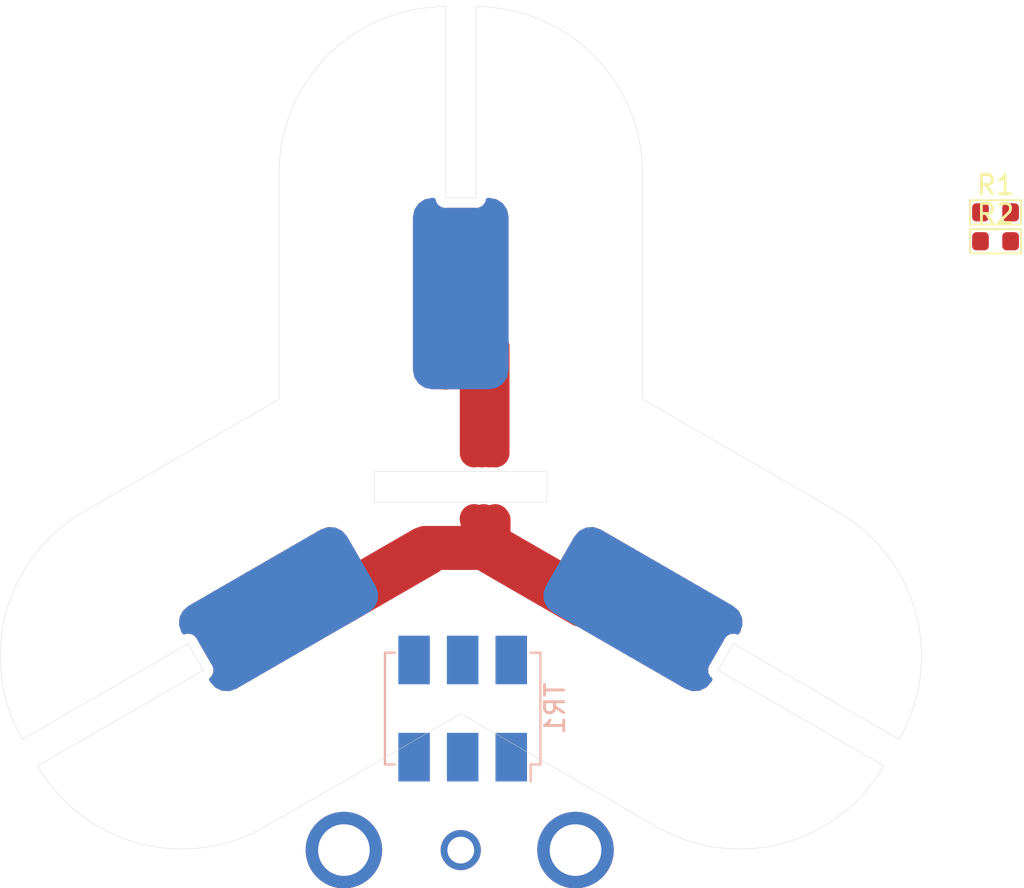
<source format=kicad_pcb>
(kicad_pcb (version 20171130) (host pcbnew "(5.0.2)-1")

  (general
    (thickness 1.6)
    (drawings 30)
    (tracks 39)
    (zones 0)
    (modules 10)
    (nets 8)
  )

  (page A4)
  (layers
    (0 F.Cu signal)
    (31 B.Cu signal)
    (32 B.Adhes user)
    (33 F.Adhes user)
    (34 B.Paste user)
    (35 F.Paste user)
    (36 B.SilkS user)
    (37 F.SilkS user)
    (38 B.Mask user)
    (39 F.Mask user)
    (40 Dwgs.User user)
    (41 Cmts.User user)
    (42 Eco1.User user)
    (43 Eco2.User user)
    (44 Edge.Cuts user)
    (45 Margin user)
    (46 B.CrtYd user hide)
    (47 F.CrtYd user hide)
    (48 B.Fab user hide)
    (49 F.Fab user hide)
  )

  (setup
    (last_trace_width 1.5)
    (trace_clearance 0.2)
    (zone_clearance 0.508)
    (zone_45_only no)
    (trace_min 0.2)
    (segment_width 0.2)
    (edge_width 0.02)
    (via_size 0.8)
    (via_drill 0.4)
    (via_min_size 0.4)
    (via_min_drill 0.3)
    (uvia_size 0.3)
    (uvia_drill 0.1)
    (uvias_allowed no)
    (uvia_min_size 0.2)
    (uvia_min_drill 0.1)
    (pcb_text_width 0.3)
    (pcb_text_size 1.5 1.5)
    (mod_edge_width 0.15)
    (mod_text_size 1 1)
    (mod_text_width 0.15)
    (pad_size 2.1 2.1)
    (pad_drill 1.4)
    (pad_to_mask_clearance 0.051)
    (solder_mask_min_width 0.25)
    (aux_axis_origin 0 0)
    (visible_elements 7EFFF77F)
    (pcbplotparams
      (layerselection 0x01000_ffffffff)
      (usegerberextensions false)
      (usegerberattributes false)
      (usegerberadvancedattributes false)
      (creategerberjobfile false)
      (excludeedgelayer true)
      (linewidth 0.100000)
      (plotframeref false)
      (viasonmask false)
      (mode 1)
      (useauxorigin false)
      (hpglpennumber 1)
      (hpglpenspeed 20)
      (hpglpendiameter 15.000000)
      (psnegative false)
      (psa4output false)
      (plotreference true)
      (plotvalue true)
      (plotinvisibletext false)
      (padsonsilk false)
      (subtractmaskfromsilk false)
      (outputformat 1)
      (mirror false)
      (drillshape 0)
      (scaleselection 1)
      (outputdirectory "CAM/"))
  )

  (net 0 "")
  (net 1 /slot_r)
  (net 2 /slot_l)
  (net 3 "Net-(J1-Pad2)")
  (net 4 GND)
  (net 5 "Net-(R1-Pad2)")
  (net 6 "Net-(R2-Pad1)")
  (net 7 "Net-(J1-Pad1)")

  (net_class Default "This is the default net class."
    (clearance 0.2)
    (trace_width 1.5)
    (via_dia 0.8)
    (via_drill 0.4)
    (uvia_dia 0.3)
    (uvia_drill 0.1)
    (add_net /slot_l)
    (add_net /slot_r)
    (add_net GND)
    (add_net "Net-(J1-Pad1)")
    (add_net "Net-(J1-Pad2)")
    (add_net "Net-(R1-Pad2)")
    (add_net "Net-(R2-Pad1)")
  )

  (module eo-footprints:molex_sma_0732510250 (layer F.Cu) (tedit 5DF40F6D) (tstamp 5F2C5D35)
    (at 0 18.1 180)
    (descr https://www.amphenolrf.com/downloads/dl/file/id/1793/product/2976/132134_14_customer_drawing.pdf)
    (tags "SMA THT Female Jack Vertical ExtendedLegs")
    (path /5DF2752D)
    (fp_text reference J1 (at 0.2 -3 180) (layer F.SilkS) hide
      (effects (font (size 1 1) (thickness 0.15)))
    )
    (fp_text value SMA_0732510250 (at 0.4 1 180) (layer F.Fab)
      (effects (font (size 1 1) (thickness 0.15)))
    )
    (fp_text user %R (at 0 -1 180) (layer F.Fab)
      (effects (font (size 1 1) (thickness 0.15)))
    )
    (pad 2 thru_hole circle (at -6 0 180) (size 4 4) (drill 2.7) (layers *.Cu *.Mask)
      (net 4 GND))
    (pad 2 thru_hole circle (at 6.11 0 180) (size 4 4) (drill 2.7) (layers *.Cu *.Mask)
      (net 4 GND))
    (pad 1 thru_hole circle (at 0 0 180) (size 2.1 2.1) (drill 1.4) (layers *.Cu *.Mask)
      (net 7 "Net-(J1-Pad1)"))
    (model C:/Users/eric/Downloads/rosenberger-sma-2-hole-bulkhead-18-ghz-connector-1.snapshot.1/32K701-200E3.STEP
      (at (xyz 0 0 0))
      (scale (xyz 1 1 1))
      (rotate (xyz 0 0 0))
    )
  )

  (module MountingHole:MountingHole_2.7mm_M2.5 (layer F.Cu) (tedit 5DF273BA) (tstamp 5DF29185)
    (at 15.124356 1.803848 240)
    (descr "Mounting Hole 2.7mm, no annular, M2.5")
    (tags "mounting hole 2.7mm no annular m2.5")
    (attr virtual)
    (fp_text reference REF** (at 0 -3.7 240) (layer F.SilkS) hide
      (effects (font (size 1 1) (thickness 0.15)))
    )
    (fp_text value MountingHole_2.7mm_M2.5 (at 0 3.7 240) (layer F.Fab)
      (effects (font (size 1 1) (thickness 0.15)))
    )
    (fp_text user %R (at 0.3 0 240) (layer F.Fab)
      (effects (font (size 1 1) (thickness 0.15)))
    )
    (fp_circle (center 0 0) (end 2.7 0) (layer Cmts.User) (width 0.15))
    (fp_circle (center 0 0) (end 2.95 0) (layer F.CrtYd) (width 0.05))
    (pad 1 np_thru_hole circle (at 0 0 240) (size 2.7 2.7) (drill 2.7) (layers *.Cu *.Mask))
  )

  (module MountingHole:MountingHole_2.7mm_M2.5 (layer F.Cu) (tedit 5DF273BA) (tstamp 5DF2917E)
    (at -9.124356 12.196152 120)
    (descr "Mounting Hole 2.7mm, no annular, M2.5")
    (tags "mounting hole 2.7mm no annular m2.5")
    (attr virtual)
    (fp_text reference REF** (at 0 -3.7 120) (layer F.SilkS) hide
      (effects (font (size 1 1) (thickness 0.15)))
    )
    (fp_text value MountingHole_2.7mm_M2.5 (at 0 3.7 120) (layer F.Fab)
      (effects (font (size 1 1) (thickness 0.15)))
    )
    (fp_text user %R (at 0.3 0 120) (layer F.Fab)
      (effects (font (size 1 1) (thickness 0.15)))
    )
    (fp_circle (center 0 0) (end 2.7 0) (layer Cmts.User) (width 0.15))
    (fp_circle (center 0 0) (end 2.95 0) (layer F.CrtYd) (width 0.05))
    (pad 1 np_thru_hole circle (at 0 0 120) (size 2.7 2.7) (drill 2.7) (layers *.Cu *.Mask))
  )

  (module MountingHole:MountingHole_2.7mm_M2.5 (layer F.Cu) (tedit 5DF273BA) (tstamp 5DF29177)
    (at 9.124356 12.196152 240)
    (descr "Mounting Hole 2.7mm, no annular, M2.5")
    (tags "mounting hole 2.7mm no annular m2.5")
    (attr virtual)
    (fp_text reference REF** (at 0 -3.7 240) (layer F.SilkS) hide
      (effects (font (size 1 1) (thickness 0.15)))
    )
    (fp_text value MountingHole_2.7mm_M2.5 (at 0 3.7 240) (layer F.Fab)
      (effects (font (size 1 1) (thickness 0.15)))
    )
    (fp_circle (center 0 0) (end 2.95 0) (layer F.CrtYd) (width 0.05))
    (fp_circle (center 0 0) (end 2.7 0) (layer Cmts.User) (width 0.15))
    (fp_text user %R (at 0.3 0 240) (layer F.Fab)
      (effects (font (size 1 1) (thickness 0.15)))
    )
    (pad 1 np_thru_hole circle (at 0 0 240) (size 2.7 2.7) (drill 2.7) (layers *.Cu *.Mask))
  )

  (module MountingHole:MountingHole_2.7mm_M2.5 (layer F.Cu) (tedit 5DF273BA) (tstamp 5DF29170)
    (at -15.124356 1.803848 120)
    (descr "Mounting Hole 2.7mm, no annular, M2.5")
    (tags "mounting hole 2.7mm no annular m2.5")
    (attr virtual)
    (fp_text reference REF** (at 0 -3.7 120) (layer F.SilkS) hide
      (effects (font (size 1 1) (thickness 0.15)))
    )
    (fp_text value MountingHole_2.7mm_M2.5 (at 0 3.7 120) (layer F.Fab)
      (effects (font (size 1 1) (thickness 0.15)))
    )
    (fp_circle (center 0 0) (end 2.95 0) (layer F.CrtYd) (width 0.05))
    (fp_circle (center 0 0) (end 2.7 0) (layer Cmts.User) (width 0.15))
    (fp_text user %R (at 0.3 0 120) (layer F.Fab)
      (effects (font (size 1 1) (thickness 0.15)))
    )
    (pad 1 np_thru_hole circle (at 0 0 120) (size 2.7 2.7) (drill 2.7) (layers *.Cu *.Mask))
  )

  (module MountingHole:MountingHole_2.7mm_M2.5 (layer F.Cu) (tedit 5DF273BA) (tstamp 5DF29128)
    (at 6 -14)
    (descr "Mounting Hole 2.7mm, no annular, M2.5")
    (tags "mounting hole 2.7mm no annular m2.5")
    (attr virtual)
    (fp_text reference REF** (at 0 -3.7) (layer F.SilkS) hide
      (effects (font (size 1 1) (thickness 0.15)))
    )
    (fp_text value MountingHole_2.7mm_M2.5 (at 0 3.7) (layer F.Fab)
      (effects (font (size 1 1) (thickness 0.15)))
    )
    (fp_text user %R (at 0.3 0) (layer F.Fab)
      (effects (font (size 1 1) (thickness 0.15)))
    )
    (fp_circle (center 0 0) (end 2.7 0) (layer Cmts.User) (width 0.15))
    (fp_circle (center 0 0) (end 2.95 0) (layer F.CrtYd) (width 0.05))
    (pad 1 np_thru_hole circle (at 0 0) (size 2.7 2.7) (drill 2.7) (layers *.Cu *.Mask))
  )

  (module MountingHole:MountingHole_2.7mm_M2.5 (layer F.Cu) (tedit 5DF273BA) (tstamp 5DF29090)
    (at -6 -14)
    (descr "Mounting Hole 2.7mm, no annular, M2.5")
    (tags "mounting hole 2.7mm no annular m2.5")
    (attr virtual)
    (fp_text reference REF** (at 0 -3.7) (layer F.SilkS) hide
      (effects (font (size 1 1) (thickness 0.15)))
    )
    (fp_text value MountingHole_2.7mm_M2.5 (at 0 3.7) (layer F.Fab)
      (effects (font (size 1 1) (thickness 0.15)))
    )
    (fp_circle (center 0 0) (end 2.95 0) (layer F.CrtYd) (width 0.05))
    (fp_circle (center 0 0) (end 2.7 0) (layer Cmts.User) (width 0.15))
    (fp_text user %R (at 0.3 0) (layer F.Fab)
      (effects (font (size 1 1) (thickness 0.15)))
    )
    (pad 1 np_thru_hole circle (at 0 0) (size 2.7 2.7) (drill 2.7) (layers *.Cu *.Mask))
  )

  (module eo-footprints:0603_R (layer F.Cu) (tedit 5D4C3F03) (tstamp 5F2C5B42)
    (at 27.963001 -15.246999)
    (descr "Resistor SMD 0603 (1608 Metric)")
    (tags resistor)
    (path /5F2C5A68)
    (attr smd)
    (fp_text reference R1 (at 0 -1.43) (layer F.SilkS)
      (effects (font (size 1 1) (thickness 0.15)))
    )
    (fp_text value 0 (at 0 1.43) (layer F.Fab) hide
      (effects (font (size 1 1) (thickness 0.15)))
    )
    (fp_line (start 1.2065 -0.5715) (end -1.27 -0.5715) (layer F.Fab) (width 0.09))
    (fp_line (start 1.2065 0.5715) (end 1.2065 -0.5715) (layer F.Fab) (width 0.09))
    (fp_line (start -1.27 0.5715) (end 1.2065 0.5715) (layer F.Fab) (width 0.09))
    (fp_line (start -1.27 -0.5715) (end -1.27 0.5715) (layer F.Fab) (width 0.09))
    (fp_line (start 1.3335 -0.635) (end -1.3335 -0.635) (layer F.SilkS) (width 0.09))
    (fp_line (start 1.3335 0.635) (end 1.3335 -0.635) (layer F.SilkS) (width 0.09))
    (fp_line (start -1.3335 0.635) (end 1.3335 0.635) (layer F.SilkS) (width 0.09))
    (fp_line (start -1.3335 -0.635) (end -1.3335 0.635) (layer F.SilkS) (width 0.09))
    (fp_text user %R (at 0 0) (layer F.Fab)
      (effects (font (size 0.5 0.5) (thickness 0.06)))
    )
    (fp_line (start 1.48 0.73) (end -1.48 0.73) (layer F.CrtYd) (width 0.05))
    (fp_line (start 1.48 -0.73) (end 1.48 0.73) (layer F.CrtYd) (width 0.05))
    (fp_line (start -1.48 -0.73) (end 1.48 -0.73) (layer F.CrtYd) (width 0.05))
    (fp_line (start -1.48 0.73) (end -1.48 -0.73) (layer F.CrtYd) (width 0.05))
    (pad 2 smd roundrect (at 0.7875 0) (size 0.875 0.95) (layers F.Cu F.Paste F.Mask) (roundrect_rratio 0.25)
      (net 5 "Net-(R1-Pad2)"))
    (pad 1 smd roundrect (at -0.7875 0) (size 0.875 0.95) (layers F.Cu F.Paste F.Mask) (roundrect_rratio 0.25)
      (net 4 GND))
    (model ${KISYS3DMOD}/Resistor_SMD.3dshapes/R_0603_1608Metric.wrl
      (at (xyz 0 0 0))
      (scale (xyz 1 1 1))
      (rotate (xyz 0 0 0))
    )
  )

  (module eo-footprints:0603_R (layer F.Cu) (tedit 5D4C3F03) (tstamp 5F2C5B55)
    (at 27.963001 -13.736999)
    (descr "Resistor SMD 0603 (1608 Metric)")
    (tags resistor)
    (path /5F2C594A)
    (attr smd)
    (fp_text reference R2 (at 0 -1.43) (layer F.SilkS)
      (effects (font (size 1 1) (thickness 0.15)))
    )
    (fp_text value 0 (at 0 1.43) (layer F.Fab) hide
      (effects (font (size 1 1) (thickness 0.15)))
    )
    (fp_line (start -1.48 0.73) (end -1.48 -0.73) (layer F.CrtYd) (width 0.05))
    (fp_line (start -1.48 -0.73) (end 1.48 -0.73) (layer F.CrtYd) (width 0.05))
    (fp_line (start 1.48 -0.73) (end 1.48 0.73) (layer F.CrtYd) (width 0.05))
    (fp_line (start 1.48 0.73) (end -1.48 0.73) (layer F.CrtYd) (width 0.05))
    (fp_text user %R (at 0 0) (layer F.Fab)
      (effects (font (size 0.5 0.5) (thickness 0.06)))
    )
    (fp_line (start -1.3335 -0.635) (end -1.3335 0.635) (layer F.SilkS) (width 0.09))
    (fp_line (start -1.3335 0.635) (end 1.3335 0.635) (layer F.SilkS) (width 0.09))
    (fp_line (start 1.3335 0.635) (end 1.3335 -0.635) (layer F.SilkS) (width 0.09))
    (fp_line (start 1.3335 -0.635) (end -1.3335 -0.635) (layer F.SilkS) (width 0.09))
    (fp_line (start -1.27 -0.5715) (end -1.27 0.5715) (layer F.Fab) (width 0.09))
    (fp_line (start -1.27 0.5715) (end 1.2065 0.5715) (layer F.Fab) (width 0.09))
    (fp_line (start 1.2065 0.5715) (end 1.2065 -0.5715) (layer F.Fab) (width 0.09))
    (fp_line (start 1.2065 -0.5715) (end -1.27 -0.5715) (layer F.Fab) (width 0.09))
    (pad 1 smd roundrect (at -0.7875 0) (size 0.875 0.95) (layers F.Cu F.Paste F.Mask) (roundrect_rratio 0.25)
      (net 6 "Net-(R2-Pad1)"))
    (pad 2 smd roundrect (at 0.7875 0) (size 0.875 0.95) (layers F.Cu F.Paste F.Mask) (roundrect_rratio 0.25)
      (net 4 GND))
    (model ${KISYS3DMOD}/Resistor_SMD.3dshapes/R_0603_1608Metric.wrl
      (at (xyz 0 0 0))
      (scale (xyz 1 1 1))
      (rotate (xyz 0 0 0))
    )
  )

  (module Package_SO:Mini-Circuits_CD637_H5.23mm (layer B.Cu) (tedit 5A365E23) (tstamp 5F2C5ED6)
    (at 0.1 10.7 90)
    (descr https://ww2.minicircuits.com/case_style/CD637.pdf)
    (tags "RF Transformer")
    (path /5F2C57B8)
    (attr smd)
    (fp_text reference TR1 (at 0 4.826 90) (layer B.SilkS)
      (effects (font (size 1 1) (thickness 0.15)) (justify mirror))
    )
    (fp_text value ADT4-6T (at 0 -5.08 90) (layer B.Fab)
      (effects (font (size 1 1) (thickness 0.15)) (justify mirror))
    )
    (fp_line (start 2.794 3.937) (end 2.794 -3.937) (layer B.Fab) (width 0.1))
    (fp_line (start 2.794 -3.937) (end -2.794 -3.937) (layer B.Fab) (width 0.1))
    (fp_line (start -2.794 -3.937) (end -2.794 2.937) (layer B.Fab) (width 0.1))
    (fp_line (start -1.794 3.937) (end 2.794 3.937) (layer B.Fab) (width 0.1))
    (fp_line (start -1.794 3.937) (end -2.794 2.937) (layer B.Fab) (width 0.1))
    (fp_line (start 2.921 3.556) (end 2.921 4.064) (layer B.SilkS) (width 0.12))
    (fp_line (start 2.921 4.064) (end -2.921 4.064) (layer B.SilkS) (width 0.12))
    (fp_line (start -2.921 4.064) (end -2.921 3.556) (layer B.SilkS) (width 0.12))
    (fp_line (start -2.921 3.556) (end -3.81 3.556) (layer B.SilkS) (width 0.12))
    (fp_line (start -2.921 -3.556) (end -2.921 -4.064) (layer B.SilkS) (width 0.12))
    (fp_line (start -2.921 -4.064) (end 2.921 -4.064) (layer B.SilkS) (width 0.12))
    (fp_line (start 2.921 -4.064) (end 2.921 -3.556) (layer B.SilkS) (width 0.12))
    (fp_text user %R (at 0 0) (layer B.Fab)
      (effects (font (size 1 1) (thickness 0.15)) (justify mirror))
    )
    (fp_line (start -4.06 -4.32) (end -4.06 4.32) (layer B.CrtYd) (width 0.05))
    (fp_line (start 4.06 -4.32) (end 4.06 4.32) (layer B.CrtYd) (width 0.05))
    (fp_line (start 4.06 -4.32) (end -4.06 -4.32) (layer B.CrtYd) (width 0.05))
    (fp_line (start 4.06 4.32) (end -4.06 4.32) (layer B.CrtYd) (width 0.05))
    (pad 1 smd rect (at -2.54 2.54 90) (size 2.54 1.65) (layers B.Cu B.Paste B.Mask)
      (net 6 "Net-(R2-Pad1)"))
    (pad 2 smd rect (at -2.54 0 90) (size 2.54 1.65) (layers B.Cu B.Paste B.Mask))
    (pad 3 smd rect (at -2.54 -2.54 90) (size 2.54 1.65) (layers B.Cu B.Paste B.Mask)
      (net 7 "Net-(J1-Pad1)"))
    (pad 4 smd rect (at 2.54 -2.54 90) (size 2.54 1.65) (layers B.Cu B.Paste B.Mask)
      (net 2 /slot_l))
    (pad 5 smd rect (at 2.54 0 90) (size 2.54 1.65) (layers B.Cu B.Paste B.Mask)
      (net 5 "Net-(R1-Pad2)"))
    (pad 6 smd rect (at 2.54 2.54 90) (size 2.54 1.65) (layers B.Cu B.Paste B.Mask)
      (net 1 /slot_r))
    (model ${KISYS3DMOD}/Package_SO.3dshapes/Mini-Circuits_CD637_H5.23mm.wrl
      (at (xyz 0 0 0))
      (scale (xyz 1 1 1))
      (rotate (xyz 0 0 0))
    )
  )

  (gr_line (start 4.5 -0.1) (end 4.5 -1.7) (layer Edge.Cuts) (width 0.02) (tstamp 5F2C5F85))
  (gr_line (start -4.5 -0.1) (end -4.5 -1.7) (layer Edge.Cuts) (width 0.02) (tstamp 5F2C601B))
  (gr_line (start -4.5 -0.1) (end 4.5 -0.1) (layer Edge.Cuts) (width 0.02) (tstamp 5F2C5F62))
  (gr_line (start -4.5 -1.7) (end 4.5 -1.7) (layer Edge.Cuts) (width 0.02))
  (gr_line (start 0 0) (end -22.733167 13.125) (layer Eco1.User) (width 0.2) (tstamp 5DF18973))
  (gr_line (start 9.499999 -17.3) (end 9.491489 -5.489741) (layer Edge.Cuts) (width 0.02) (tstamp 5DF28B87))
  (gr_line (start 10.23224 16.877241) (end 0.008511 10.964741) (layer Edge.Cuts) (width 0.02) (tstamp 5DF28B86))
  (gr_line (start 19.732239 0.422759) (end 9.491489 -5.489741) (layer Edge.Cuts) (width 0.02) (tstamp 5DF28B85))
  (gr_line (start -10.232239 16.877241) (end 0.008511 10.964741) (layer Edge.Cuts) (width 0.02) (tstamp 5DF28B84))
  (gr_line (start -19.732239 0.422759) (end -9.5 -5.475) (layer Edge.Cuts) (width 0.02) (tstamp 5DF28B6F))
  (gr_arc (start 15.382239 7.95718) (end 22.91666 12.30718) (angle -90) (layer Edge.Cuts) (width 0.02) (tstamp 5DF28B6D))
  (gr_arc (start -14.582239 9.34282) (end -22.11666 13.69282) (angle -90) (layer Edge.Cuts) (width 0.02) (tstamp 5DF28B6C))
  (gr_arc (start 14.582239 9.34282) (end 10.232239 16.877241) (angle -90) (layer Edge.Cuts) (width 0.02) (tstamp 5DF28B6B))
  (gr_arc (start -15.382239 7.95718) (end -19.732239 0.422759) (angle -90) (layer Edge.Cuts) (width 0.02) (tstamp 5DF28B6A))
  (gr_arc (start 0.8 -17.3) (end 9.5 -17.3) (angle -90) (layer Edge.Cuts) (width 0.02) (tstamp 5DF28B4B))
  (gr_line (start -9.5 -17.3) (end -9.5 -5.475) (layer Edge.Cuts) (width 0.02))
  (gr_arc (start -0.8 -17.3) (end -0.8 -26) (angle -90) (layer Edge.Cuts) (width 0.02) (tstamp 5DF28B2E))
  (gr_line (start -2.696152 7.330127) (end -7.696152 -1.330127) (layer Eco1.User) (width 0.05) (tstamp 5F2C6004))
  (gr_line (start -5 -6) (end 5 -6) (layer Eco1.User) (width 0.05))
  (gr_line (start 14.256406 7.30718) (end 13.456406 8.69282) (layer Edge.Cuts) (width 0.02) (tstamp 5DF18C2F))
  (gr_line (start 22.91666 12.30718) (end 14.256406 7.30718) (layer Edge.Cuts) (width 0.02) (tstamp 5DF18C33))
  (gr_line (start -22.11666 13.69282) (end -13.456406 8.69282) (layer Edge.Cuts) (width 0.02) (tstamp 5DF18C32))
  (gr_line (start 22.11666 13.69282) (end 13.456406 8.69282) (layer Edge.Cuts) (width 0.02) (tstamp 5DF18C31))
  (gr_line (start -22.91666 12.30718) (end -14.256406 7.30718) (layer Edge.Cuts) (width 0.02) (tstamp 5DF18C30))
  (gr_line (start -13.456406 8.69282) (end -14.256406 7.30718) (layer Edge.Cuts) (width 0.02) (tstamp 5DF18C2E))
  (gr_line (start -0.8 -16) (end 0.8 -16) (layer Edge.Cuts) (width 0.02) (tstamp 5DF18C2C))
  (gr_line (start 0.8 -26) (end 0.8 -16) (layer Edge.Cuts) (width 0.02) (tstamp 5DF18C29))
  (gr_line (start -0.8 -26) (end -0.8 -16) (layer Edge.Cuts) (width 0.02) (tstamp 5DF18C26))
  (gr_line (start 0 0) (end 22.733167 13.125) (layer Eco1.User) (width 0.2) (tstamp 5DF18974))
  (gr_line (start 0 0) (end 0 -26.25) (layer Eco1.User) (width 0.2))

  (segment (start 1.5 -8.3) (end 1.6 -8.2) (width 1.5) (layer F.Cu) (net 0))
  (segment (start 1.5 -9.2) (end 1.5 -8.3) (width 1.5) (layer F.Cu) (net 0))
  (segment (start 1.8 -8.2) (end 1.8 -2.66001) (width 1.5) (layer F.Cu) (net 0))
  (segment (start 1.5 -8.2) (end 1.5 -2.66001) (width 1.5) (layer F.Cu) (net 0) (tstamp 5F2C5FEA))
  (segment (start 1.1 -8.2) (end 1.1 -2.66001) (width 1.5) (layer F.Cu) (net 0) (tstamp 5F2C5FEC))
  (segment (start 0.7 -8.2) (end 0.7 -2.66001) (width 1.5) (layer F.Cu) (net 0) (tstamp 5F2C5FEE))
  (segment (start -6.351408 5.693782) (end -1.553636 2.923787) (width 1.5) (layer F.Cu) (net 0) (tstamp 5F2C602B))
  (segment (start 6.751408 4.706218) (end 1.953636 1.936223) (width 1.5) (layer F.Cu) (net 0) (tstamp 5F2C5FF2))
  (segment (start -6.551408 5.347372) (end -1.753636 2.577377) (width 1.5) (layer F.Cu) (net 0) (tstamp 5F2C6021))
  (segment (start 6.551408 5.052628) (end 1.753636 2.282633) (width 1.5) (layer F.Cu) (net 0) (tstamp 5F2C5FF4))
  (segment (start 6.438011 5.449038) (end 6.301408 5.485641) (width 1.5) (layer F.Cu) (net 0) (tstamp 5F2C5FF6))
  (segment (start -6.901408 4.741154) (end -2.103636 1.971159) (width 1.5) (layer F.Cu) (net 0) (tstamp 5F2C6027))
  (segment (start 6.201408 5.658846) (end 1.403636 2.888851) (width 1.5) (layer F.Cu) (net 0) (tstamp 5F2C5FF8))
  (segment (start -6.751408 5.000962) (end -1.953636 2.230967) (width 1.5) (layer F.Cu) (net 0) (tstamp 5F2C601E))
  (segment (start 6.351408 5.399038) (end 1.553636 2.629043) (width 1.5) (layer F.Cu) (net 0) (tstamp 5F2C5FFA))
  (segment (start -1.953636 2.230967) (end 1.70197 2.230967) (width 1.5) (layer F.Cu) (net 0))
  (segment (start -1.9 1.9) (end 1.755606 1.9) (width 1.5) (layer F.Cu) (net 0) (tstamp 5F2C603E))
  (segment (start -1.8 2.7) (end 1.855606 2.7) (width 1.5) (layer F.Cu) (net 0) (tstamp 5F2C6040))
  (segment (start 1.753636 0.946364) (end 1.7 0.892728) (width 1.5) (layer F.Cu) (net 0))
  (segment (start 1.753636 2.282633) (end 1.753636 0.946364) (width 1.5) (layer F.Cu) (net 0))
  (segment (start 1.7 0.892728) (end 1.7 0.86001) (width 1.5) (layer F.Cu) (net 0))
  (segment (start 1.4 0.892728) (end 1.4 0.86001) (width 1.5) (layer F.Cu) (net 0) (tstamp 5F2C607B))
  (segment (start 1.453636 2.282633) (end 1.453636 0.946364) (width 1.5) (layer F.Cu) (net 0) (tstamp 5F2C607C))
  (segment (start 1.453636 0.946364) (end 1.4 0.892728) (width 1.5) (layer F.Cu) (net 0) (tstamp 5F2C607D))
  (segment (start 0.953636 2.282633) (end 0.953636 0.946364) (width 1.5) (layer F.Cu) (net 0) (tstamp 5F2C6081))
  (segment (start 0.9 0.892728) (end 0.9 0.86001) (width 1.5) (layer F.Cu) (net 0) (tstamp 5F2C6082))
  (segment (start 0.953636 0.946364) (end 0.9 0.892728) (width 1.5) (layer F.Cu) (net 0) (tstamp 5F2C6083))
  (segment (start 0.7 0.792728) (end 0.7 0.76001) (width 1.5) (layer F.Cu) (net 0) (tstamp 5F2C6094))
  (segment (start 0.753636 2.182633) (end 0.753636 0.846364) (width 1.5) (layer F.Cu) (net 0) (tstamp 5F2C6095))
  (segment (start 0.753636 0.846364) (end 0.7 0.792728) (width 1.5) (layer F.Cu) (net 0) (tstamp 5F2C6096))
  (segment (start 1.2 0.792728) (end 1.2 0.76001) (width 1.5) (layer F.Cu) (net 0) (tstamp 5F2C609A))
  (segment (start 1.253636 2.182633) (end 1.253636 0.846364) (width 1.5) (layer F.Cu) (net 0) (tstamp 5F2C609B))
  (segment (start 1.253636 0.846364) (end 1.2 0.792728) (width 1.5) (layer F.Cu) (net 0) (tstamp 5F2C609C))
  (segment (start 1.8 0.792728) (end 1.8 0.76001) (width 1.5) (layer F.Cu) (net 0) (tstamp 5F2C60A0))
  (segment (start 1.853636 0.846364) (end 1.8 0.792728) (width 1.5) (layer F.Cu) (net 0) (tstamp 5F2C60A1))
  (segment (start 1.853636 2.182633) (end 1.853636 0.846364) (width 1.5) (layer F.Cu) (net 0) (tstamp 5F2C60A2))
  (segment (start -0.215 -7.8) (end -0.8 -7.8) (width 1.5) (layer F.Cu) (net 3))
  (segment (start -0.8 -6.725) (end -0.8 -7.8) (width 1.5) (layer F.Cu) (net 3))
  (segment (start -0.8 -7.8) (end -0.8 -9.2) (width 1.5) (layer F.Cu) (net 3))

  (zone (net 2) (net_name /slot_l) (layer F.Cu) (tstamp 5DF5DAF7) (hatch edge 0.508)
    (connect_pads (clearance 0.508))
    (min_thickness 0.254)
    (fill yes (arc_segments 16) (thermal_gap 0.508) (thermal_bridge_width 0.508) (smoothing fillet) (radius 1))
    (polygon
      (pts
        (xy 0 -16) (xy 2.5 -16) (xy 2.5 -6) (xy -2.5 -6) (xy -2.5 -16)
      )
    )
    (filled_polygon
      (pts
        (xy -1.407576 -15.748334) (xy -1.265019 -15.534981) (xy -1.051666 -15.392424) (xy -0.863525 -15.355) (xy -0.8 -15.342364)
        (xy -0.736475 -15.355) (xy 0.736475 -15.355) (xy 0.8 -15.342364) (xy 1.051666 -15.392424) (xy 1.265019 -15.534981)
        (xy 1.407576 -15.748334) (xy 1.432374 -15.873) (xy 1.487491 -15.873) (xy 1.83313 -15.804248) (xy 2.115545 -15.615545)
        (xy 2.304248 -15.33313) (xy 2.373 -14.987491) (xy 2.373 -7.012509) (xy 2.304248 -6.66687) (xy 2.115545 -6.384455)
        (xy 1.83313 -6.195752) (xy 1.487491 -6.127) (xy -1.487491 -6.127) (xy -1.83313 -6.195752) (xy -2.115545 -6.384455)
        (xy -2.304248 -6.66687) (xy -2.373 -7.012509) (xy -2.373 -14.987491) (xy -2.304248 -15.33313) (xy -2.115545 -15.615545)
        (xy -1.83313 -15.804248) (xy -1.487491 -15.873) (xy -1.432374 -15.873)
      )
    )
  )
  (zone (net 2) (net_name /slot_l) (layer F.Cu) (tstamp 5DF5DAF4) (hatch edge 0.508)
    (connect_pads (clearance 0.508))
    (min_thickness 0.254)
    (fill yes (arc_segments 16) (thermal_gap 0.508) (thermal_bridge_width 0.508) (smoothing fillet) (radius 1))
    (polygon
      (pts
        (xy -13.856406 8) (xy -15.106406 5.834936) (xy -6.446152 0.834936) (xy -3.946152 5.165064) (xy -12.606406 10.165064)
      )
    )
    (filled_polygon
      (pts
        (xy -6.586873 1.360112) (xy -6.282244 1.510338) (xy -6.049882 1.775297) (xy -4.562392 4.351706) (xy -4.449112 4.685414)
        (xy -4.471328 5.024343) (xy -4.621554 5.328972) (xy -4.886512 5.561334) (xy -11.793048 9.548824) (xy -12.126756 9.662103)
        (xy -12.465685 9.639888) (xy -12.770314 9.489662) (xy -13.002676 9.224703) (xy -13.030234 9.176972) (xy -12.934669 9.093164)
        (xy -12.821179 8.863029) (xy -12.804397 8.606982) (xy -12.804397 8.60698) (xy -12.866058 8.425333) (xy -12.886877 8.364002)
        (xy -12.929582 8.315307) (xy -13.666057 7.039696) (xy -13.686877 6.978362) (xy -13.856063 6.785443) (xy -14.086198 6.671953)
        (xy -14.342244 6.655171) (xy -14.342245 6.655171) (xy -14.445414 6.690192) (xy -14.462607 6.696028) (xy -14.490166 6.648294)
        (xy -14.603446 6.314586) (xy -14.58123 5.975657) (xy -14.431004 5.671028) (xy -14.166046 5.438666) (xy -7.25951 1.451176)
        (xy -6.925802 1.337897)
      )
    )
  )
  (zone (net 2) (net_name /slot_l) (layer F.Cu) (tstamp 5DF5DAF1) (hatch edge 0.508)
    (connect_pads (clearance 0.508))
    (min_thickness 0.254)
    (fill yes (arc_segments 16) (thermal_gap 0.508) (thermal_bridge_width 0.508) (smoothing fillet) (radius 1))
    (polygon
      (pts
        (xy 13.856406 8) (xy 12.606406 10.165064) (xy 3.946152 5.165064) (xy 6.446152 0.834936) (xy 15.106406 5.834936)
      )
    )
    (filled_polygon
      (pts
        (xy 7.25951 1.451176) (xy 14.166046 5.438666) (xy 14.431004 5.671028) (xy 14.58123 5.975657) (xy 14.603446 6.314586)
        (xy 14.490166 6.648294) (xy 14.462606 6.696029) (xy 14.342244 6.655171) (xy 14.101947 6.670921) (xy 14.086197 6.671953)
        (xy 14.07952 6.675246) (xy 13.856063 6.785443) (xy 13.856062 6.785444) (xy 13.729581 6.929667) (xy 13.72958 6.929669)
        (xy 13.686877 6.978362) (xy 13.666059 7.039691) (xy 12.929585 8.315303) (xy 12.886877 8.364002) (xy 12.809121 8.593066)
        (xy 12.804397 8.606982) (xy 12.821179 8.863028) (xy 12.934669 9.093163) (xy 13.030234 9.176971) (xy 13.002676 9.224703)
        (xy 12.770314 9.489662) (xy 12.465685 9.639888) (xy 12.126756 9.662103) (xy 11.793048 9.548824) (xy 4.886512 5.561334)
        (xy 4.621554 5.328972) (xy 4.471328 5.024343) (xy 4.449112 4.685414) (xy 4.562392 4.351706) (xy 6.049882 1.775297)
        (xy 6.282244 1.510338) (xy 6.586873 1.360112) (xy 6.925802 1.337897)
      )
    )
  )
  (zone (net 1) (net_name /slot_r) (layer B.Cu) (tstamp 5DF5DAEE) (hatch edge 0.508)
    (connect_pads (clearance 0.508))
    (min_thickness 0.254)
    (fill yes (arc_segments 16) (thermal_gap 0.508) (thermal_bridge_width 0.508) (smoothing fillet) (radius 1))
    (polygon
      (pts
        (xy 0 -16) (xy 2.5 -16) (xy 2.5 -6) (xy -2.5 -6) (xy -2.5 -16)
      )
    )
    (filled_polygon
      (pts
        (xy -1.407576 -15.748334) (xy -1.265019 -15.534981) (xy -1.051666 -15.392424) (xy -0.863525 -15.355) (xy -0.8 -15.342364)
        (xy -0.736475 -15.355) (xy 0.736475 -15.355) (xy 0.8 -15.342364) (xy 1.051666 -15.392424) (xy 1.265019 -15.534981)
        (xy 1.407576 -15.748334) (xy 1.432374 -15.873) (xy 1.487491 -15.873) (xy 1.83313 -15.804248) (xy 2.115545 -15.615545)
        (xy 2.304248 -15.33313) (xy 2.373 -14.987491) (xy 2.373 -7.012509) (xy 2.304248 -6.66687) (xy 2.115545 -6.384455)
        (xy 1.83313 -6.195752) (xy 1.487491 -6.127) (xy -1.487491 -6.127) (xy -1.83313 -6.195752) (xy -2.115545 -6.384455)
        (xy -2.304248 -6.66687) (xy -2.373 -7.012509) (xy -2.373 -14.987491) (xy -2.304248 -15.33313) (xy -2.115545 -15.615545)
        (xy -1.83313 -15.804248) (xy -1.487491 -15.873) (xy -1.432374 -15.873)
      )
    )
  )
  (zone (net 1) (net_name /slot_r) (layer B.Cu) (tstamp 5DF5DAEB) (hatch edge 0.508)
    (connect_pads (clearance 0.508))
    (min_thickness 0.254)
    (fill yes (arc_segments 16) (thermal_gap 0.508) (thermal_bridge_width 0.508) (smoothing fillet) (radius 1))
    (polygon
      (pts
        (xy -13.856406 8) (xy -15.106406 5.834936) (xy -6.446152 0.834936) (xy -3.946152 5.165064) (xy -12.606406 10.165064)
      )
    )
    (filled_polygon
      (pts
        (xy -6.586873 1.360112) (xy -6.282244 1.510338) (xy -6.049882 1.775297) (xy -4.562392 4.351706) (xy -4.449112 4.685414)
        (xy -4.471328 5.024343) (xy -4.621554 5.328972) (xy -4.886512 5.561334) (xy -11.793048 9.548824) (xy -12.126756 9.662103)
        (xy -12.465685 9.639888) (xy -12.770314 9.489662) (xy -13.002676 9.224703) (xy -13.030234 9.176972) (xy -12.934669 9.093164)
        (xy -12.821179 8.863029) (xy -12.804397 8.606982) (xy -12.804397 8.60698) (xy -12.866058 8.425333) (xy -12.886877 8.364002)
        (xy -12.929582 8.315307) (xy -13.666057 7.039696) (xy -13.686877 6.978362) (xy -13.856063 6.785443) (xy -14.086198 6.671953)
        (xy -14.342244 6.655171) (xy -14.342245 6.655171) (xy -14.445414 6.690192) (xy -14.462607 6.696028) (xy -14.490166 6.648294)
        (xy -14.603446 6.314586) (xy -14.58123 5.975657) (xy -14.431004 5.671028) (xy -14.166046 5.438666) (xy -7.25951 1.451176)
        (xy -6.925802 1.337897)
      )
    )
  )
  (zone (net 1) (net_name /slot_r) (layer B.Cu) (tstamp 5DF5DAE8) (hatch edge 0.508)
    (connect_pads (clearance 0.508))
    (min_thickness 0.254)
    (fill yes (arc_segments 16) (thermal_gap 0.508) (thermal_bridge_width 0.508) (smoothing fillet) (radius 1))
    (polygon
      (pts
        (xy 13.856406 8) (xy 12.606406 10.165064) (xy 3.946152 5.165064) (xy 6.446152 0.834936) (xy 15.106406 5.834936)
      )
    )
    (filled_polygon
      (pts
        (xy 7.25951 1.451176) (xy 14.166046 5.438666) (xy 14.431004 5.671028) (xy 14.58123 5.975657) (xy 14.603446 6.314586)
        (xy 14.490166 6.648294) (xy 14.462606 6.696029) (xy 14.342244 6.655171) (xy 14.101947 6.670921) (xy 14.086197 6.671953)
        (xy 14.07952 6.675246) (xy 13.856063 6.785443) (xy 13.856062 6.785444) (xy 13.729581 6.929667) (xy 13.72958 6.929669)
        (xy 13.686877 6.978362) (xy 13.666059 7.039691) (xy 12.929585 8.315303) (xy 12.886877 8.364002) (xy 12.809121 8.593066)
        (xy 12.804397 8.606982) (xy 12.821179 8.863028) (xy 12.934669 9.093163) (xy 13.030234 9.176971) (xy 13.002676 9.224703)
        (xy 12.770314 9.489662) (xy 12.465685 9.639888) (xy 12.126756 9.662103) (xy 11.793048 9.548824) (xy 4.886512 5.561334)
        (xy 4.621554 5.328972) (xy 4.471328 5.024343) (xy 4.449112 4.685414) (xy 4.562392 4.351706) (xy 6.049882 1.775297)
        (xy 6.282244 1.510338) (xy 6.586873 1.360112) (xy 6.925802 1.337897)
      )
    )
  )
)

</source>
